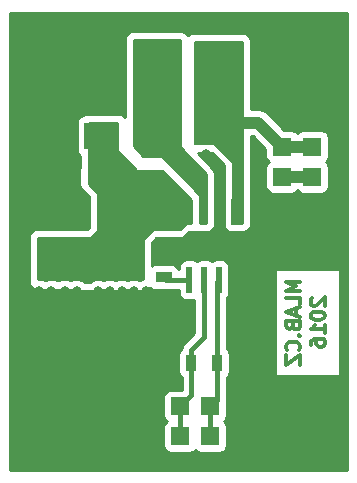
<source format=gbr>
G04 #@! TF.FileFunction,Copper,L2,Bot,Signal*
%FSLAX46Y46*%
G04 Gerber Fmt 4.6, Leading zero omitted, Abs format (unit mm)*
G04 Created by KiCad (PCBNEW no-vcs-found-undefined) date Sun Nov 13 17:21:01 2016*
%MOMM*%
%LPD*%
G01*
G04 APERTURE LIST*
%ADD10C,1.300000*%
%ADD11C,0.300000*%
%ADD12C,0.450000*%
%ADD13C,2.400000*%
%ADD14R,1.397000X0.889000*%
%ADD15R,2.550160X2.499360*%
%ADD16R,2.499360X2.301240*%
%ADD17R,3.810000X3.810000*%
%ADD18R,1.524000X1.524000*%
%ADD19C,6.000000*%
%ADD20R,1.300000X1.300000*%
%ADD21C,1.300000*%
%ADD22R,0.889000X1.397000*%
%ADD23C,0.800000*%
%ADD24C,0.250000*%
%ADD25C,0.400000*%
%ADD26C,1.000000*%
%ADD27C,0.254000*%
G04 APERTURE END LIST*
D10*
D11*
X25527857Y16919142D02*
X24327857Y16919142D01*
X25185000Y16519142D01*
X24327857Y16119142D01*
X25527857Y16119142D01*
X25527857Y14976285D02*
X25527857Y15547714D01*
X24327857Y15547714D01*
X25185000Y14633428D02*
X25185000Y14062000D01*
X25527857Y14747714D02*
X24327857Y14347714D01*
X25527857Y13947714D01*
X24899285Y13147714D02*
X24956428Y12976285D01*
X25013571Y12919142D01*
X25127857Y12862000D01*
X25299285Y12862000D01*
X25413571Y12919142D01*
X25470714Y12976285D01*
X25527857Y13090571D01*
X25527857Y13547714D01*
X24327857Y13547714D01*
X24327857Y13147714D01*
X24385000Y13033428D01*
X24442142Y12976285D01*
X24556428Y12919142D01*
X24670714Y12919142D01*
X24785000Y12976285D01*
X24842142Y13033428D01*
X24899285Y13147714D01*
X24899285Y13547714D01*
X25413571Y12347714D02*
X25470714Y12290571D01*
X25527857Y12347714D01*
X25470714Y12404857D01*
X25413571Y12347714D01*
X25527857Y12347714D01*
X25413571Y11090571D02*
X25470714Y11147714D01*
X25527857Y11319142D01*
X25527857Y11433428D01*
X25470714Y11604857D01*
X25356428Y11719142D01*
X25242142Y11776285D01*
X25013571Y11833428D01*
X24842142Y11833428D01*
X24613571Y11776285D01*
X24499285Y11719142D01*
X24385000Y11604857D01*
X24327857Y11433428D01*
X24327857Y11319142D01*
X24385000Y11147714D01*
X24442142Y11090571D01*
X24327857Y10690571D02*
X24327857Y9890571D01*
X25527857Y10690571D01*
X25527857Y9890571D01*
X26542142Y15519142D02*
X26485000Y15462000D01*
X26427857Y15347714D01*
X26427857Y15062000D01*
X26485000Y14947714D01*
X26542142Y14890571D01*
X26656428Y14833428D01*
X26770714Y14833428D01*
X26942142Y14890571D01*
X27627857Y15576285D01*
X27627857Y14833428D01*
X26427857Y14090571D02*
X26427857Y13976285D01*
X26485000Y13862000D01*
X26542142Y13804857D01*
X26656428Y13747714D01*
X26885000Y13690571D01*
X27170714Y13690571D01*
X27399285Y13747714D01*
X27513571Y13804857D01*
X27570714Y13862000D01*
X27627857Y13976285D01*
X27627857Y14090571D01*
X27570714Y14204857D01*
X27513571Y14262000D01*
X27399285Y14319142D01*
X27170714Y14376285D01*
X26885000Y14376285D01*
X26656428Y14319142D01*
X26542142Y14262000D01*
X26485000Y14204857D01*
X26427857Y14090571D01*
X27627857Y12547714D02*
X27627857Y13233428D01*
X27627857Y12890571D02*
X26427857Y12890571D01*
X26599285Y13004857D01*
X26713571Y13119142D01*
X26770714Y13233428D01*
X26427857Y11519142D02*
X26427857Y11747714D01*
X26485000Y11862000D01*
X26542142Y11919142D01*
X26713571Y12033428D01*
X26942142Y12090571D01*
X27399285Y12090571D01*
X27513571Y12033428D01*
X27570714Y11976285D01*
X27627857Y11862000D01*
X27627857Y11633428D01*
X27570714Y11519142D01*
X27513571Y11462000D01*
X27399285Y11404857D01*
X27113571Y11404857D01*
X26999285Y11462000D01*
X26942142Y11519142D01*
X26885000Y11633428D01*
X26885000Y11862000D01*
X26942142Y11976285D01*
X26999285Y12033428D01*
X27113571Y12090571D01*
D12*
X19939000Y17064000D03*
D10*
G36*
X20164000Y18139000D02*
X20164000Y15989000D01*
X19714000Y15989000D01*
X19714000Y18139000D01*
X20164000Y18139000D01*
X20164000Y18139000D01*
G37*
D12*
X18669000Y17064000D03*
D10*
G36*
X18894000Y18139000D02*
X18894000Y15989000D01*
X18444000Y15989000D01*
X18444000Y18139000D01*
X18894000Y18139000D01*
X18894000Y18139000D01*
G37*
D12*
X17399000Y17064000D03*
D10*
G36*
X17624000Y18139000D02*
X17624000Y15989000D01*
X17174000Y15989000D01*
X17174000Y18139000D01*
X17624000Y18139000D01*
X17624000Y18139000D01*
G37*
D12*
X16129000Y17064000D03*
D10*
G36*
X16354000Y18139000D02*
X16354000Y15989000D01*
X15904000Y15989000D01*
X15904000Y18139000D01*
X16354000Y18139000D01*
X16354000Y18139000D01*
G37*
D12*
X16129000Y22814000D03*
D10*
G36*
X16354000Y23889000D02*
X16354000Y21739000D01*
X15904000Y21739000D01*
X15904000Y23889000D01*
X16354000Y23889000D01*
X16354000Y23889000D01*
G37*
D12*
X17399000Y22814000D03*
D10*
G36*
X17624000Y23889000D02*
X17624000Y21739000D01*
X17174000Y21739000D01*
X17174000Y23889000D01*
X17624000Y23889000D01*
X17624000Y23889000D01*
G37*
D12*
X18669000Y22814000D03*
D10*
G36*
X18894000Y23889000D02*
X18894000Y21739000D01*
X18444000Y21739000D01*
X18444000Y23889000D01*
X18894000Y23889000D01*
X18894000Y23889000D01*
G37*
D12*
X19939000Y22814000D03*
D10*
G36*
X20164000Y23889000D02*
X20164000Y21739000D01*
X19714000Y21739000D01*
X19714000Y23889000D01*
X20164000Y23889000D01*
X20164000Y23889000D01*
G37*
D13*
X18034000Y19939000D03*
D10*
G36*
X19584000Y21139000D02*
X19584000Y18739000D01*
X16484000Y18739000D01*
X16484000Y21139000D01*
X19584000Y21139000D01*
X19584000Y21139000D01*
G37*
D12*
X18034000Y19289000D03*
X18034000Y20589000D03*
X16734000Y20589000D03*
X16734000Y19289000D03*
X19334000Y19289000D03*
X19334000Y20589000D03*
D14*
X13970000Y19875500D03*
X13970000Y21780500D03*
D15*
X10779760Y23749000D03*
X5730240Y23749000D03*
D16*
X8498840Y29210000D03*
X4201160Y29210000D03*
D17*
X10160000Y18796000D03*
X5160000Y18796000D03*
X5160000Y13716000D03*
X10160000Y13716000D03*
D18*
X15367000Y6350000D03*
X15367000Y3810000D03*
X17907000Y3810000D03*
X17907000Y6350000D03*
X12827000Y6350000D03*
X12827000Y3810000D03*
D17*
X13335000Y35353000D03*
X13335000Y30353000D03*
X18415000Y30353000D03*
X18415000Y35353000D03*
D19*
X5080000Y5080000D03*
X25400000Y5080000D03*
X25400000Y35560000D03*
X5080000Y35560000D03*
D14*
X13970000Y17272000D03*
X13970000Y15367000D03*
D20*
X8128000Y25781000D03*
D21*
X5628000Y25781000D03*
D18*
X24003000Y25781000D03*
X26543000Y25781000D03*
X26543000Y28321000D03*
X24003000Y28321000D03*
D22*
X14414500Y10033000D03*
X16319500Y10033000D03*
X18478500Y10033000D03*
X20383500Y10033000D03*
D23*
X22987000Y17272000D03*
X22860000Y18288000D03*
X22606000Y19050000D03*
X22606000Y20193000D03*
X22479000Y21209000D03*
X21971000Y22098000D03*
X21971000Y17018000D03*
X21844000Y18161000D03*
X20954995Y18034005D03*
X21590000Y20066000D03*
X21590004Y19050000D03*
X20574008Y18923000D03*
X20574000Y19811998D03*
X21463000Y21082000D03*
X20574000Y20701000D03*
X20955000Y17018000D03*
X17526000Y27686000D03*
X18161000Y27051000D03*
X18669000Y26289000D03*
X18669000Y25400000D03*
X18669000Y24511000D03*
X2286000Y31242000D03*
X15621000Y20066000D03*
X15621000Y19177000D03*
X14478000Y18796000D03*
X13462000Y18796000D03*
X8128000Y11049000D03*
X9271000Y11049000D03*
X10414000Y11049000D03*
X11557000Y11049000D03*
X12573000Y11811000D03*
X12573000Y12954000D03*
X12573000Y14097000D03*
X12573000Y15113000D03*
X12446000Y16129000D03*
X11430000Y16129000D03*
X10414000Y16129000D03*
X9398000Y16129000D03*
X8382000Y16129000D03*
X7239000Y24003000D03*
X7239000Y22987000D03*
X3429000Y16129000D03*
X4445000Y16129000D03*
X5588000Y16129000D03*
X6604000Y16129000D03*
X7620000Y15367000D03*
X7620000Y14351000D03*
X7620000Y13335000D03*
X7620000Y12319000D03*
X6985000Y10922000D03*
X5715000Y10922000D03*
X4572000Y10922000D03*
X3429000Y10922000D03*
X2540000Y11557000D03*
X2540000Y12573000D03*
X2540000Y13589000D03*
X2540000Y14732000D03*
X2540000Y15875000D03*
X7239000Y21844000D03*
X6096000Y21844000D03*
X4826000Y21844000D03*
X3810000Y21971000D03*
X3556000Y23368000D03*
X3556000Y24384000D03*
X3556000Y25400000D03*
X4191000Y26289000D03*
X5334000Y27305000D03*
X4318000Y27305000D03*
X3175000Y26924000D03*
X2159000Y26924000D03*
X2159000Y27940000D03*
X2159000Y29083000D03*
X2159000Y30099000D03*
X3683000Y31242000D03*
X4953000Y31242000D03*
X6223000Y31242000D03*
X6223000Y30226000D03*
X6223000Y29210000D03*
X6350000Y28194000D03*
X6350000Y27178000D03*
D24*
X22860000Y18288000D02*
X22860000Y17399000D01*
X22860000Y17399000D02*
X22987000Y17272000D01*
X22606000Y20193000D02*
X22606000Y19050000D01*
X21971000Y22098000D02*
X21971000Y21717000D01*
X21971000Y21717000D02*
X22479000Y21209000D01*
D25*
X21590004Y18414996D02*
X21844000Y18161000D01*
X21590004Y19050000D02*
X21590004Y18414996D01*
X20955000Y17018000D02*
X20955000Y18034000D01*
X20955000Y18034000D02*
X20954995Y18034005D01*
X21590004Y20065996D02*
X21590000Y20066000D01*
X21590004Y19050000D02*
X21590004Y20065996D01*
X21590000Y19049996D02*
X21590004Y19050000D01*
X21590000Y18542000D02*
X21590000Y19049996D01*
X21139693Y18923000D02*
X20574008Y18923000D01*
X21209000Y18923000D02*
X21139693Y18923000D01*
X21590000Y18542000D02*
X21209000Y18923000D01*
X20008315Y19811998D02*
X20574000Y19811998D01*
X19856998Y19811998D02*
X20008315Y19811998D01*
X19334000Y19289000D02*
X19856998Y19811998D01*
X20701000Y20574000D02*
X20955000Y20574000D01*
X21444001Y21100999D02*
X21463000Y21082000D01*
X20955000Y20574000D02*
X21063001Y20682001D01*
X20574000Y20701000D02*
X20973999Y21100999D01*
X21063001Y20682001D02*
X21463000Y21082000D01*
X20973999Y21100999D02*
X21444001Y21100999D01*
X21463000Y18415000D02*
X21590000Y18542000D01*
X18161000Y27051000D02*
X17526000Y27686000D01*
X18669000Y25400000D02*
X18669000Y26289000D01*
X18669000Y22814000D02*
X18669000Y24511000D01*
X3683000Y31242000D02*
X2286000Y31242000D01*
X14478000Y18796000D02*
X15240000Y18796000D01*
X15240000Y18796000D02*
X15621000Y19177000D01*
X13970000Y19875500D02*
X13970000Y19304000D01*
X13970000Y19304000D02*
X13462000Y18796000D01*
X10414000Y11049000D02*
X9271000Y11049000D01*
X12573000Y11811000D02*
X12319000Y11811000D01*
X12319000Y11811000D02*
X11557000Y11049000D01*
X12573000Y14097000D02*
X12573000Y12954000D01*
X12446000Y16129000D02*
X12446000Y15240000D01*
X12446000Y15240000D02*
X12573000Y15113000D01*
X10414000Y16129000D02*
X11430000Y16129000D01*
X8382000Y16129000D02*
X9398000Y16129000D01*
X7239000Y22987000D02*
X7239000Y24003000D01*
X4445000Y16129000D02*
X3429000Y16129000D01*
X6604000Y16129000D02*
X5588000Y16129000D01*
X7620000Y14351000D02*
X7620000Y15367000D01*
X7620000Y12319000D02*
X7620000Y13335000D01*
X5715000Y10922000D02*
X6985000Y10922000D01*
X3429000Y10922000D02*
X4572000Y10922000D01*
X2540000Y12573000D02*
X2540000Y11557000D01*
X2540000Y14732000D02*
X2540000Y13589000D01*
X2540000Y14031000D02*
X2540000Y14732000D01*
X2540000Y14732000D02*
X2540000Y15875000D01*
X5160000Y13716000D02*
X2855000Y13716000D01*
X2855000Y13716000D02*
X2540000Y14031000D01*
X4826000Y21844000D02*
X6096000Y21844000D01*
X3556000Y23368000D02*
X3556000Y22225000D01*
X3556000Y22225000D02*
X3810000Y21971000D01*
X3556000Y25400000D02*
X3556000Y24384000D01*
X5334000Y27305000D02*
X5207000Y27305000D01*
X5207000Y27305000D02*
X4191000Y26289000D01*
X3175000Y26924000D02*
X3937000Y26924000D01*
X3937000Y26924000D02*
X4318000Y27305000D01*
X2159000Y27940000D02*
X2159000Y26924000D01*
X2159000Y30099000D02*
X2159000Y29083000D01*
X6223000Y31242000D02*
X4953000Y31242000D01*
X6223000Y29210000D02*
X6223000Y30226000D01*
X6350000Y27178000D02*
X6350000Y28194000D01*
X15367000Y6350000D02*
X15367000Y3810000D01*
X16319500Y10033000D02*
X16319500Y7302500D01*
X16319500Y7302500D02*
X15367000Y6350000D01*
X16319500Y10033000D02*
X16319500Y11131500D01*
X16319500Y11131500D02*
X17399000Y12211000D01*
X17399000Y12211000D02*
X17399000Y15889000D01*
X17399000Y15889000D02*
X17399000Y17064000D01*
X17907000Y6350000D02*
X17907000Y3810000D01*
X18478500Y10033000D02*
X18478500Y16873500D01*
X18478500Y16873500D02*
X18669000Y17064000D01*
X18478500Y10033000D02*
X18478500Y6921500D01*
X18478500Y6921500D02*
X17907000Y6350000D01*
D26*
X24003000Y25781000D02*
X26543000Y25781000D01*
X18415000Y30353000D02*
X21971000Y30353000D01*
X21971000Y30353000D02*
X24003000Y28321000D01*
X24003000Y28321000D02*
X26543000Y28321000D01*
D25*
X16129000Y17064000D02*
X14178000Y17064000D01*
X14178000Y17064000D02*
X13970000Y17272000D01*
D27*
G36*
X20574000Y21844000D02*
X19812000Y21844000D01*
X19812000Y27051000D01*
X19802333Y27099601D01*
X19774803Y27140803D01*
X16637000Y30278606D01*
X16637000Y37211000D01*
X20574000Y37211000D01*
X20574000Y21844000D01*
X20574000Y21844000D01*
G37*
X20574000Y21844000D02*
X19812000Y21844000D01*
X19812000Y27051000D01*
X19802333Y27099601D01*
X19774803Y27140803D01*
X16637000Y30278606D01*
X16637000Y37211000D01*
X20574000Y37211000D01*
X20574000Y21844000D01*
G36*
X15367000Y28321000D02*
X15376667Y28272399D01*
X15401669Y28233799D01*
X17526000Y25984507D01*
X17526000Y21844000D01*
X17018000Y21844000D01*
X17018000Y24257000D01*
X17008333Y24305601D01*
X16980803Y24346803D01*
X13805803Y27521803D01*
X13764601Y27549333D01*
X13716000Y27559000D01*
X12244606Y27559000D01*
X11430000Y28373606D01*
X11430000Y37338000D01*
X15367000Y37338000D01*
X15367000Y28321000D01*
X15367000Y28321000D01*
G37*
X15367000Y28321000D02*
X15376667Y28272399D01*
X15401669Y28233799D01*
X17526000Y25984507D01*
X17526000Y21844000D01*
X17018000Y21844000D01*
X17018000Y24257000D01*
X17008333Y24305601D01*
X16980803Y24346803D01*
X13805803Y27521803D01*
X13764601Y27549333D01*
X13716000Y27559000D01*
X12244606Y27559000D01*
X11430000Y28373606D01*
X11430000Y37338000D01*
X15367000Y37338000D01*
X15367000Y28321000D01*
G36*
X10033000Y27940000D02*
X10042667Y27891399D01*
X10070197Y27850197D01*
X11594197Y26326197D01*
X11635399Y26298667D01*
X11684000Y26289000D01*
X13790394Y26289000D01*
X16256000Y23823394D01*
X16256000Y21844000D01*
X15875000Y21844000D01*
X15826399Y21834333D01*
X15785197Y21806803D01*
X15314394Y21336000D01*
X13081000Y21336000D01*
X13032399Y21326333D01*
X12991197Y21298803D01*
X12229197Y20536803D01*
X12201667Y20495601D01*
X12192000Y20447000D01*
X12192000Y17143921D01*
X11937724Y17038856D01*
X11636777Y17163820D01*
X11225029Y17164179D01*
X10921724Y17038856D01*
X10620777Y17163820D01*
X10209029Y17164179D01*
X9905724Y17038856D01*
X9604777Y17163820D01*
X9193029Y17164179D01*
X8889724Y17038856D01*
X8588777Y17163820D01*
X8177029Y17164179D01*
X7796485Y17006942D01*
X7694419Y16905054D01*
X7281429Y16915379D01*
X7191046Y17005919D01*
X6810777Y17163820D01*
X6399029Y17164179D01*
X6095724Y17038856D01*
X5794777Y17163820D01*
X5383029Y17164179D01*
X5016067Y17012554D01*
X4651777Y17163820D01*
X4240029Y17164179D01*
X3936724Y17038856D01*
X3635777Y17163820D01*
X3302000Y17164111D01*
X3302000Y20574000D01*
X7747000Y20574000D01*
X7795601Y20583667D01*
X7836803Y20611197D01*
X8344803Y21119197D01*
X8372333Y21160399D01*
X8382000Y21209000D01*
X8382000Y24384000D01*
X8372333Y24432601D01*
X8344803Y24473803D01*
X7620000Y25198606D01*
X7620000Y30353000D01*
X10033000Y30353000D01*
X10033000Y27940000D01*
X10033000Y27940000D01*
G37*
X10033000Y27940000D02*
X10042667Y27891399D01*
X10070197Y27850197D01*
X11594197Y26326197D01*
X11635399Y26298667D01*
X11684000Y26289000D01*
X13790394Y26289000D01*
X16256000Y23823394D01*
X16256000Y21844000D01*
X15875000Y21844000D01*
X15826399Y21834333D01*
X15785197Y21806803D01*
X15314394Y21336000D01*
X13081000Y21336000D01*
X13032399Y21326333D01*
X12991197Y21298803D01*
X12229197Y20536803D01*
X12201667Y20495601D01*
X12192000Y20447000D01*
X12192000Y17143921D01*
X11937724Y17038856D01*
X11636777Y17163820D01*
X11225029Y17164179D01*
X10921724Y17038856D01*
X10620777Y17163820D01*
X10209029Y17164179D01*
X9905724Y17038856D01*
X9604777Y17163820D01*
X9193029Y17164179D01*
X8889724Y17038856D01*
X8588777Y17163820D01*
X8177029Y17164179D01*
X7796485Y17006942D01*
X7694419Y16905054D01*
X7281429Y16915379D01*
X7191046Y17005919D01*
X6810777Y17163820D01*
X6399029Y17164179D01*
X6095724Y17038856D01*
X5794777Y17163820D01*
X5383029Y17164179D01*
X5016067Y17012554D01*
X4651777Y17163820D01*
X4240029Y17164179D01*
X3936724Y17038856D01*
X3635777Y17163820D01*
X3302000Y17164111D01*
X3302000Y20574000D01*
X7747000Y20574000D01*
X7795601Y20583667D01*
X7836803Y20611197D01*
X8344803Y21119197D01*
X8372333Y21160399D01*
X8382000Y21209000D01*
X8382000Y24384000D01*
X8372333Y24432601D01*
X8344803Y24473803D01*
X7620000Y25198606D01*
X7620000Y30353000D01*
X10033000Y30353000D01*
X10033000Y27940000D01*
G36*
X29516000Y964000D02*
X964000Y964000D01*
X964000Y20701000D01*
X2540000Y20701000D01*
X2540000Y16891000D01*
X2582447Y16662734D01*
X2714906Y16453349D01*
X2917410Y16310593D01*
X3159130Y16256198D01*
X3196112Y16255273D01*
X3255000Y16243560D01*
X3664650Y16243560D01*
X8239130Y16129198D01*
X8255000Y16129000D01*
X12319000Y16129000D01*
X12562004Y16177336D01*
X12768013Y16314987D01*
X12809128Y16376520D01*
X12813691Y16369691D01*
X13023735Y16229343D01*
X13271500Y16180060D01*
X14668500Y16180060D01*
X14914541Y16229000D01*
X15256560Y16229000D01*
X15256560Y15989000D01*
X15305843Y15741235D01*
X15446191Y15531191D01*
X15656235Y15390843D01*
X15904000Y15341560D01*
X16354000Y15341560D01*
X16564000Y15383331D01*
X16564000Y12556868D01*
X15729066Y11721934D01*
X15548061Y11451041D01*
X15508079Y11250039D01*
X15417191Y11189309D01*
X15276843Y10979265D01*
X15227560Y10731500D01*
X15227560Y9334500D01*
X15276843Y9086735D01*
X15417191Y8876691D01*
X15484500Y8831716D01*
X15484500Y7759440D01*
X14605000Y7759440D01*
X14357235Y7710157D01*
X14147191Y7569809D01*
X14006843Y7359765D01*
X13957560Y7112000D01*
X13957560Y5588000D01*
X14006843Y5340235D01*
X14147191Y5130191D01*
X14222307Y5080000D01*
X14147191Y5029809D01*
X14006843Y4819765D01*
X13957560Y4572000D01*
X13957560Y3048000D01*
X14006843Y2800235D01*
X14147191Y2590191D01*
X14357235Y2449843D01*
X14605000Y2400560D01*
X16129000Y2400560D01*
X16376765Y2449843D01*
X16586809Y2590191D01*
X16637000Y2665307D01*
X16687191Y2590191D01*
X16897235Y2449843D01*
X17145000Y2400560D01*
X18669000Y2400560D01*
X18916765Y2449843D01*
X19126809Y2590191D01*
X19267157Y2800235D01*
X19316440Y3048000D01*
X19316440Y4572000D01*
X19267157Y4819765D01*
X19126809Y5029809D01*
X19051693Y5080000D01*
X19126809Y5130191D01*
X19267157Y5340235D01*
X19316440Y5588000D01*
X19316440Y7112000D01*
X19313500Y7126781D01*
X19313500Y8831716D01*
X19380809Y8876691D01*
X19521157Y9086735D01*
X19570440Y9334500D01*
X19570440Y10731500D01*
X19521157Y10979265D01*
X19380809Y11189309D01*
X19313500Y11234284D01*
X19313500Y15505594D01*
X19351809Y15531191D01*
X19492157Y15741235D01*
X19541440Y15989000D01*
X19541440Y17989857D01*
X23411000Y17989857D01*
X23411000Y8934143D01*
X28881000Y8934143D01*
X28881000Y17989857D01*
X23411000Y17989857D01*
X19541440Y17989857D01*
X19541440Y18139000D01*
X19492157Y18386765D01*
X19351809Y18596809D01*
X19141765Y18737157D01*
X18894000Y18786440D01*
X18444000Y18786440D01*
X18196235Y18737157D01*
X18034000Y18628754D01*
X17871765Y18737157D01*
X17624000Y18786440D01*
X17174000Y18786440D01*
X16926235Y18737157D01*
X16764000Y18628754D01*
X16601765Y18737157D01*
X16354000Y18786440D01*
X15904000Y18786440D01*
X15656235Y18737157D01*
X15446191Y18596809D01*
X15305843Y18386765D01*
X15256560Y18139000D01*
X15256560Y17979376D01*
X15126309Y18174309D01*
X14916265Y18314657D01*
X14668500Y18363940D01*
X13271500Y18363940D01*
X13023735Y18314657D01*
X12954000Y18268061D01*
X12954000Y20183974D01*
X13344026Y20574000D01*
X15367000Y20574000D01*
X15610004Y20622336D01*
X15816013Y20759987D01*
X16138026Y21082000D01*
X16383000Y21082000D01*
X16626004Y21130336D01*
X16637000Y21137683D01*
X16647996Y21130336D01*
X16891000Y21082000D01*
X17653000Y21082000D01*
X17896004Y21130336D01*
X18102013Y21267987D01*
X18239664Y21473996D01*
X18288000Y21717000D01*
X18288000Y26035000D01*
X18246364Y26261150D01*
X18114653Y26471006D01*
X16858963Y27800560D01*
X18037414Y27800560D01*
X19050000Y26787974D01*
X19050000Y21717000D01*
X19098336Y21473996D01*
X19235987Y21267987D01*
X19441996Y21130336D01*
X19685000Y21082000D01*
X20701000Y21082000D01*
X20944004Y21130336D01*
X21150013Y21267987D01*
X21287664Y21473996D01*
X21336000Y21717000D01*
X21336000Y29218000D01*
X21500868Y29218000D01*
X22593560Y28125308D01*
X22593560Y27559000D01*
X22642843Y27311235D01*
X22783191Y27101191D01*
X22858307Y27051000D01*
X22783191Y27000809D01*
X22642843Y26790765D01*
X22593560Y26543000D01*
X22593560Y25019000D01*
X22642843Y24771235D01*
X22783191Y24561191D01*
X22993235Y24420843D01*
X23241000Y24371560D01*
X24765000Y24371560D01*
X25012765Y24420843D01*
X25222809Y24561191D01*
X25273000Y24636307D01*
X25323191Y24561191D01*
X25533235Y24420843D01*
X25781000Y24371560D01*
X27305000Y24371560D01*
X27552765Y24420843D01*
X27762809Y24561191D01*
X27903157Y24771235D01*
X27952440Y25019000D01*
X27952440Y26543000D01*
X27903157Y26790765D01*
X27762809Y27000809D01*
X27687693Y27051000D01*
X27762809Y27101191D01*
X27903157Y27311235D01*
X27952440Y27559000D01*
X27952440Y29083000D01*
X27903157Y29330765D01*
X27762809Y29540809D01*
X27552765Y29681157D01*
X27305000Y29730440D01*
X25781000Y29730440D01*
X25533235Y29681157D01*
X25323191Y29540809D01*
X25273000Y29465693D01*
X25222809Y29540809D01*
X25012765Y29681157D01*
X24765000Y29730440D01*
X24198692Y29730440D01*
X22773566Y31155566D01*
X22405346Y31401603D01*
X21971000Y31488000D01*
X21336000Y31488000D01*
X21336000Y37338000D01*
X21287664Y37581004D01*
X21150013Y37787013D01*
X20944004Y37924664D01*
X20701000Y37973000D01*
X16510000Y37973000D01*
X16266996Y37924664D01*
X16060987Y37787013D01*
X16044429Y37762233D01*
X15943013Y37914013D01*
X15737004Y38051664D01*
X15494000Y38100000D01*
X11303000Y38100000D01*
X11059996Y38051664D01*
X10853987Y37914013D01*
X10716336Y37708004D01*
X10668000Y37465000D01*
X10668000Y30840733D01*
X10609013Y30929013D01*
X10403004Y31066664D01*
X10160000Y31115000D01*
X7493000Y31115000D01*
X7249996Y31066664D01*
X7125467Y30983456D01*
X7001395Y30958777D01*
X6791351Y30818429D01*
X6651003Y30608385D01*
X6601720Y30360620D01*
X6601720Y28059380D01*
X6651003Y27811615D01*
X6791351Y27601571D01*
X6858000Y27557037D01*
X6858000Y26568952D01*
X6830560Y26431000D01*
X6830560Y25131000D01*
X6879843Y24883235D01*
X7020191Y24673191D01*
X7163620Y24577354D01*
X7620000Y24120974D01*
X7620000Y21472026D01*
X7483974Y21336000D01*
X7127541Y21336000D01*
X7065000Y21348440D01*
X3255000Y21348440D01*
X3192459Y21336000D01*
X3175000Y21336000D01*
X2931996Y21287664D01*
X2725987Y21150013D01*
X2588336Y20944004D01*
X2540000Y20701000D01*
X964000Y20701000D01*
X964000Y39676000D01*
X29516000Y39676000D01*
X29516000Y964000D01*
X29516000Y964000D01*
G37*
X29516000Y964000D02*
X964000Y964000D01*
X964000Y20701000D01*
X2540000Y20701000D01*
X2540000Y16891000D01*
X2582447Y16662734D01*
X2714906Y16453349D01*
X2917410Y16310593D01*
X3159130Y16256198D01*
X3196112Y16255273D01*
X3255000Y16243560D01*
X3664650Y16243560D01*
X8239130Y16129198D01*
X8255000Y16129000D01*
X12319000Y16129000D01*
X12562004Y16177336D01*
X12768013Y16314987D01*
X12809128Y16376520D01*
X12813691Y16369691D01*
X13023735Y16229343D01*
X13271500Y16180060D01*
X14668500Y16180060D01*
X14914541Y16229000D01*
X15256560Y16229000D01*
X15256560Y15989000D01*
X15305843Y15741235D01*
X15446191Y15531191D01*
X15656235Y15390843D01*
X15904000Y15341560D01*
X16354000Y15341560D01*
X16564000Y15383331D01*
X16564000Y12556868D01*
X15729066Y11721934D01*
X15548061Y11451041D01*
X15508079Y11250039D01*
X15417191Y11189309D01*
X15276843Y10979265D01*
X15227560Y10731500D01*
X15227560Y9334500D01*
X15276843Y9086735D01*
X15417191Y8876691D01*
X15484500Y8831716D01*
X15484500Y7759440D01*
X14605000Y7759440D01*
X14357235Y7710157D01*
X14147191Y7569809D01*
X14006843Y7359765D01*
X13957560Y7112000D01*
X13957560Y5588000D01*
X14006843Y5340235D01*
X14147191Y5130191D01*
X14222307Y5080000D01*
X14147191Y5029809D01*
X14006843Y4819765D01*
X13957560Y4572000D01*
X13957560Y3048000D01*
X14006843Y2800235D01*
X14147191Y2590191D01*
X14357235Y2449843D01*
X14605000Y2400560D01*
X16129000Y2400560D01*
X16376765Y2449843D01*
X16586809Y2590191D01*
X16637000Y2665307D01*
X16687191Y2590191D01*
X16897235Y2449843D01*
X17145000Y2400560D01*
X18669000Y2400560D01*
X18916765Y2449843D01*
X19126809Y2590191D01*
X19267157Y2800235D01*
X19316440Y3048000D01*
X19316440Y4572000D01*
X19267157Y4819765D01*
X19126809Y5029809D01*
X19051693Y5080000D01*
X19126809Y5130191D01*
X19267157Y5340235D01*
X19316440Y5588000D01*
X19316440Y7112000D01*
X19313500Y7126781D01*
X19313500Y8831716D01*
X19380809Y8876691D01*
X19521157Y9086735D01*
X19570440Y9334500D01*
X19570440Y10731500D01*
X19521157Y10979265D01*
X19380809Y11189309D01*
X19313500Y11234284D01*
X19313500Y15505594D01*
X19351809Y15531191D01*
X19492157Y15741235D01*
X19541440Y15989000D01*
X19541440Y17989857D01*
X23411000Y17989857D01*
X23411000Y8934143D01*
X28881000Y8934143D01*
X28881000Y17989857D01*
X23411000Y17989857D01*
X19541440Y17989857D01*
X19541440Y18139000D01*
X19492157Y18386765D01*
X19351809Y18596809D01*
X19141765Y18737157D01*
X18894000Y18786440D01*
X18444000Y18786440D01*
X18196235Y18737157D01*
X18034000Y18628754D01*
X17871765Y18737157D01*
X17624000Y18786440D01*
X17174000Y18786440D01*
X16926235Y18737157D01*
X16764000Y18628754D01*
X16601765Y18737157D01*
X16354000Y18786440D01*
X15904000Y18786440D01*
X15656235Y18737157D01*
X15446191Y18596809D01*
X15305843Y18386765D01*
X15256560Y18139000D01*
X15256560Y17979376D01*
X15126309Y18174309D01*
X14916265Y18314657D01*
X14668500Y18363940D01*
X13271500Y18363940D01*
X13023735Y18314657D01*
X12954000Y18268061D01*
X12954000Y20183974D01*
X13344026Y20574000D01*
X15367000Y20574000D01*
X15610004Y20622336D01*
X15816013Y20759987D01*
X16138026Y21082000D01*
X16383000Y21082000D01*
X16626004Y21130336D01*
X16637000Y21137683D01*
X16647996Y21130336D01*
X16891000Y21082000D01*
X17653000Y21082000D01*
X17896004Y21130336D01*
X18102013Y21267987D01*
X18239664Y21473996D01*
X18288000Y21717000D01*
X18288000Y26035000D01*
X18246364Y26261150D01*
X18114653Y26471006D01*
X16858963Y27800560D01*
X18037414Y27800560D01*
X19050000Y26787974D01*
X19050000Y21717000D01*
X19098336Y21473996D01*
X19235987Y21267987D01*
X19441996Y21130336D01*
X19685000Y21082000D01*
X20701000Y21082000D01*
X20944004Y21130336D01*
X21150013Y21267987D01*
X21287664Y21473996D01*
X21336000Y21717000D01*
X21336000Y29218000D01*
X21500868Y29218000D01*
X22593560Y28125308D01*
X22593560Y27559000D01*
X22642843Y27311235D01*
X22783191Y27101191D01*
X22858307Y27051000D01*
X22783191Y27000809D01*
X22642843Y26790765D01*
X22593560Y26543000D01*
X22593560Y25019000D01*
X22642843Y24771235D01*
X22783191Y24561191D01*
X22993235Y24420843D01*
X23241000Y24371560D01*
X24765000Y24371560D01*
X25012765Y24420843D01*
X25222809Y24561191D01*
X25273000Y24636307D01*
X25323191Y24561191D01*
X25533235Y24420843D01*
X25781000Y24371560D01*
X27305000Y24371560D01*
X27552765Y24420843D01*
X27762809Y24561191D01*
X27903157Y24771235D01*
X27952440Y25019000D01*
X27952440Y26543000D01*
X27903157Y26790765D01*
X27762809Y27000809D01*
X27687693Y27051000D01*
X27762809Y27101191D01*
X27903157Y27311235D01*
X27952440Y27559000D01*
X27952440Y29083000D01*
X27903157Y29330765D01*
X27762809Y29540809D01*
X27552765Y29681157D01*
X27305000Y29730440D01*
X25781000Y29730440D01*
X25533235Y29681157D01*
X25323191Y29540809D01*
X25273000Y29465693D01*
X25222809Y29540809D01*
X25012765Y29681157D01*
X24765000Y29730440D01*
X24198692Y29730440D01*
X22773566Y31155566D01*
X22405346Y31401603D01*
X21971000Y31488000D01*
X21336000Y31488000D01*
X21336000Y37338000D01*
X21287664Y37581004D01*
X21150013Y37787013D01*
X20944004Y37924664D01*
X20701000Y37973000D01*
X16510000Y37973000D01*
X16266996Y37924664D01*
X16060987Y37787013D01*
X16044429Y37762233D01*
X15943013Y37914013D01*
X15737004Y38051664D01*
X15494000Y38100000D01*
X11303000Y38100000D01*
X11059996Y38051664D01*
X10853987Y37914013D01*
X10716336Y37708004D01*
X10668000Y37465000D01*
X10668000Y30840733D01*
X10609013Y30929013D01*
X10403004Y31066664D01*
X10160000Y31115000D01*
X7493000Y31115000D01*
X7249996Y31066664D01*
X7125467Y30983456D01*
X7001395Y30958777D01*
X6791351Y30818429D01*
X6651003Y30608385D01*
X6601720Y30360620D01*
X6601720Y28059380D01*
X6651003Y27811615D01*
X6791351Y27601571D01*
X6858000Y27557037D01*
X6858000Y26568952D01*
X6830560Y26431000D01*
X6830560Y25131000D01*
X6879843Y24883235D01*
X7020191Y24673191D01*
X7163620Y24577354D01*
X7620000Y24120974D01*
X7620000Y21472026D01*
X7483974Y21336000D01*
X7127541Y21336000D01*
X7065000Y21348440D01*
X3255000Y21348440D01*
X3192459Y21336000D01*
X3175000Y21336000D01*
X2931996Y21287664D01*
X2725987Y21150013D01*
X2588336Y20944004D01*
X2540000Y20701000D01*
X964000Y20701000D01*
X964000Y39676000D01*
X29516000Y39676000D01*
X29516000Y964000D01*
M02*

</source>
